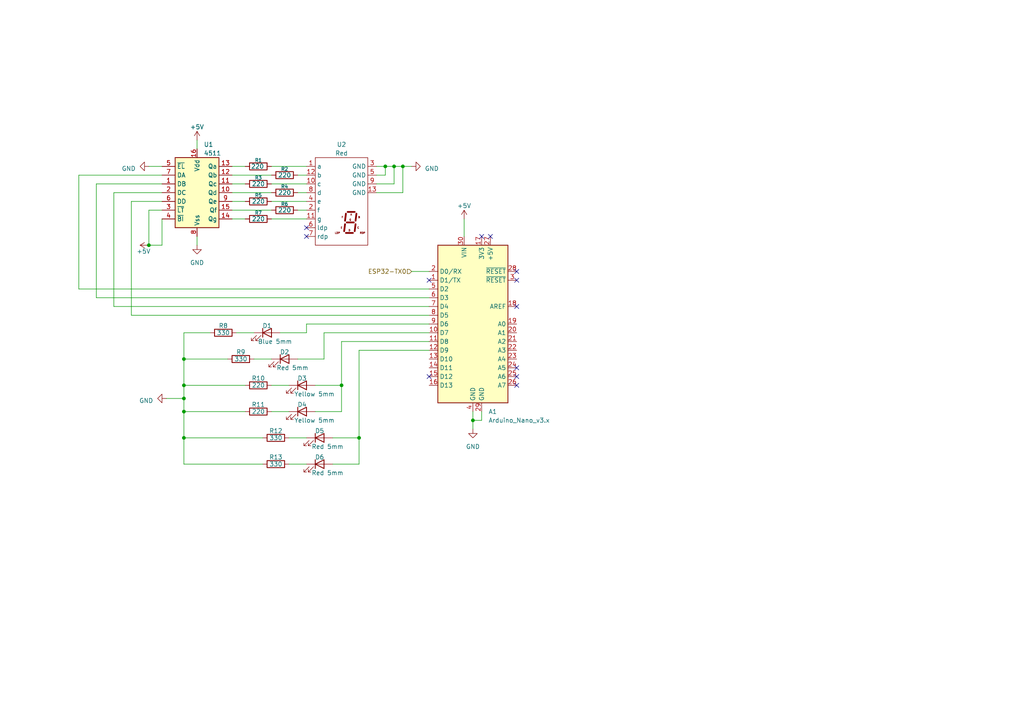
<source format=kicad_sch>
(kicad_sch (version 20230121) (generator eeschema)
  (paper "A4")
  (lib_symbols
    (symbol "4xxx_IEEE:4511"
      (property "Reference" "U" (at 8.89 11.43 0))
      (property "Value" "4511" (at 8.89 -11.43 0))
      (symbol "4511_0_1"
        (rectangle (start -6.35 10.16) (end 6.35 -10.16) (stroke (width 0.254)) (fill (type background)))
      )
      (symbol "4511_1_1"
        (pin input line (at -10.16 2.54 0) (length 3.81) (name "DB") (number "1"))
        (pin output line (at 10.16 0 180) (length 3.81) (name "Qd") (number "10"))
        (pin output line (at 10.16 2.54 180) (length 3.81) (name "Qc") (number "11"))
        (pin output line (at 10.16 5.08 180) (length 3.81) (name "Qb") (number "12"))
        (pin output line (at 10.16 7.62 180) (length 3.81) (name "Qa") (number "13"))
        (pin output line (at 10.16 -7.62 180) (length 3.81) (name "Qg") (number "14"))
        (pin output line (at 10.16 -5.08 180) (length 3.81) (name "Qf") (number "15"))
        (pin power_in line (at 0 12.7 270) (length 2.54) (name "Vdd") (number "16"))
        (pin input line (at -10.16 0 0) (length 3.81) (name "DC") (number "2"))
        (pin input line (at -10.16 -5.08 0) (length 3.81) (name "~{LT}") (number "3"))
        (pin input line (at -10.16 -7.62 0) (length 3.81) (name "~{BI}") (number "4"))
        (pin input line (at -10.16 7.62 0) (length 3.81) (name "~{EL}") (number "5"))
        (pin input line (at -10.16 -2.54 0) (length 3.81) (name "DD") (number "6"))
        (pin input line (at -10.16 5.08 0) (length 3.81) (name "DA") (number "7"))
        (pin power_in line (at 0 -12.7 90) (length 2.54) (name "Vss") (number "8"))
        (pin output line (at 10.16 -2.54 180) (length 3.81) (name "Qe") (number "9"))
      )
    )
    (symbol "Arduino modules:HSN8011AUR"
      (property "Reference" "U" (at 0 1.27 0))
      (property "Value" "Color" (at 0 -1.27 0))
      (symbol "HSN8011AUR_0_0"
        (text "A" (at 2.794 -19.05 0) (effects (font (size 0.508 0.508))))
        (text "B" (at 5.08 -19.812 0) (effects (font (size 0.508 0.508))))
        (text "C" (at 4.826 -22.86 0) (effects (font (size 0.508 0.508))))
        (text "D" (at 2.286 -23.622 0) (effects (font (size 0.508 0.508))))
        (text "E" (at 0 -22.86 0) (effects (font (size 0.508 0.508))))
        (text "F" (at 0.254 -19.812 0) (effects (font (size 0.508 0.508))))
        (text "G" (at 2.54 -20.574 0) (effects (font (size 0.508 0.508))))
      )
      (symbol "HSN8011AUR_0_1"
        (rectangle (start -7.62 -2.54) (end 7.62 -27.94))
        (polyline (pts (xy 1.016 -21.844) (xy 0.762 -23.876)) (stroke (width 0.508)))
        (polyline (pts (xy 1.27 -24.384) (xy 3.302 -24.384)) (stroke (width 0.508)))
        (polyline (pts (xy 1.27 -18.796) (xy 1.016 -20.828)) (stroke (width 0.508)))
        (polyline (pts (xy 1.524 -21.336) (xy 3.556 -21.336)) (stroke (width 0.508)))
        (polyline (pts (xy 1.778 -18.288) (xy 3.81 -18.288)) (stroke (width 0.508)))
        (polyline (pts (xy 4.064 -21.844) (xy 3.81 -23.876)) (stroke (width 0.508)))
        (polyline (pts (xy 4.318 -18.796) (xy 4.064 -20.828)) (stroke (width 0.508)))
        (polyline (pts (xy 5.08 -24.384) (xy 5.08 -24.384)) (stroke (width 0.508)))
      )
      (symbol "HSN8011AUR_1_0"
        (text "LDP" (at -1.1938 -24.384 0) (effects (font (size 0.508 0.508))))
        (text "RDP" (at 6.096 -24.384 0) (effects (font (size 0.508 0.508))))
      )
      (symbol "HSN8011AUR_1_1"
        (pin input line (at -10.16 -5.08 0) (length 2.54) (name "a") (number "1"))
        (pin input line (at -10.16 -10.16 0) (length 2.54) (name "c") (number "10"))
        (pin input line (at -10.16 -20.32 0) (length 2.54) (name "g") (number "11"))
        (pin input line (at -10.16 -7.62 0) (length 2.54) (name "b") (number "12"))
        (pin input line (at 10.16 -12.7 180) (length 2.54) (name "GND") (number "13"))
        (pin input line (at -10.16 -17.78 0) (length 2.54) (name "f") (number "2"))
        (pin input line (at 10.16 -5.08 180) (length 2.54) (name "GND") (number "3"))
        (pin input line (at -10.16 -15.24 0) (length 2.54) (name "e") (number "4"))
        (pin input line (at 10.16 -7.62 180) (length 2.54) (name "GND") (number "5"))
        (pin input line (at -10.16 -22.86 0) (length 2.54) (name "ldp") (number "6"))
        (pin input line (at -10.16 -25.4 0) (length 2.54) (name "rdp") (number "7"))
        (pin input line (at -10.16 -12.7 0) (length 2.54) (name "d") (number "8"))
        (pin input line (at 10.16 -10.16 180) (length 2.54) (name "GND") (number "9"))
      )
    )
    (symbol "Device:LED" (pin_numbers hide) (pin_names (offset 1.016) hide)
      (property "Reference" "D" (at 0 2.54 0))
      (property "Value" "LED" (at 0 -2.54 0))
      (symbol "LED_0_1"
        (polyline (pts (xy -1.27 -1.27) (xy -1.27 1.27)) (stroke (width 0.254)))
        (polyline (pts (xy -1.27 0) (xy 1.27 0)))
        (polyline (pts (xy 1.27 -1.27) (xy 1.27 1.27) (xy -1.27 0) (xy 1.27 -1.27)) (stroke (width 0.254)))
        (polyline (pts (xy -3.048 -0.762) (xy -4.572 -2.286) (xy -3.81 -2.286) (xy -4.572 -2.286) (xy -4.572 -1.524)))
        (polyline (pts (xy -1.778 -0.762) (xy -3.302 -2.286) (xy -2.54 -2.286) (xy -3.302 -2.286) (xy -3.302 -1.524)))
      )
      (symbol "LED_1_1"
        (pin passive line (at -3.81 0 0) (length 2.54) (name "K") (number "1"))
        (pin passive line (at 3.81 0 180) (length 2.54) (name "A") (number "2"))
      )
    )
    (symbol "Device:R" (pin_numbers hide) (pin_names (offset 0))
      (property "Reference" "R" (at 2.032 0 90))
      (property "Value" "R" (at 0 0 90))
      (symbol "R_0_1"
        (rectangle (start -1.016 -2.54) (end 1.016 2.54) (stroke (width 0.254)))
      )
      (symbol "R_1_1"
        (pin passive line (at 0 3.81 270) (length 1.27) (name "~") (number "1"))
        (pin passive line (at 0 -3.81 90) (length 1.27) (name "~") (number "2"))
      )
    )
    (symbol "MCU_Module:Arduino_Nano_v3.x"
      (property "Reference" "A" (at -10.16 23.495 0))
      (property "Value" "Arduino_Nano_v3.x" (at 5.08 -24.13 0))
      (symbol "Arduino_Nano_v3.x_0_1"
        (rectangle (start -10.16 22.86) (end 10.16 -22.86) (stroke (width 0.254)) (fill (type background)))
      )
      (symbol "Arduino_Nano_v3.x_1_1"
        (pin bidirectional line (at -12.7 12.7 0) (length 2.54) (name "D1/TX") (number "1"))
        (pin bidirectional line (at -12.7 -2.54 0) (length 2.54) (name "D7") (number "10"))
        (pin bidirectional line (at -12.7 -5.08 0) (length 2.54) (name "D8") (number "11"))
        (pin bidirectional line (at -12.7 -7.62 0) (length 2.54) (name "D9") (number "12"))
        (pin bidirectional line (at -12.7 -10.16 0) (length 2.54) (name "D10") (number "13"))
        (pin bidirectional line (at -12.7 -12.7 0) (length 2.54) (name "D11") (number "14"))
        (pin bidirectional line (at -12.7 -15.24 0) (length 2.54) (name "D12") (number "15"))
        (pin bidirectional line (at -12.7 -17.78 0) (length 2.54) (name "D13") (number "16"))
        (pin power_out line (at 2.54 25.4 270) (length 2.54) (name "3V3") (number "17"))
        (pin input line (at 12.7 5.08 180) (length 2.54) (name "AREF") (number "18"))
        (pin bidirectional line (at 12.7 0 180) (length 2.54) (name "A0") (number "19"))
        (pin bidirectional line (at -12.7 15.24 0) (length 2.54) (name "D0/RX") (number "2"))
        (pin bidirectional line (at 12.7 -2.54 180) (length 2.54) (name "A1") (number "20"))
        (pin bidirectional line (at 12.7 -5.08 180) (length 2.54) (name "A2") (number "21"))
        (pin bidirectional line (at 12.7 -7.62 180) (length 2.54) (name "A3") (number "22"))
        (pin bidirectional line (at 12.7 -10.16 180) (length 2.54) (name "A4") (number "23"))
        (pin bidirectional line (at 12.7 -12.7 180) (length 2.54) (name "A5") (number "24"))
        (pin bidirectional line (at 12.7 -15.24 180) (length 2.54) (name "A6") (number "25"))
        (pin bidirectional line (at 12.7 -17.78 180) (length 2.54) (name "A7") (number "26"))
        (pin power_out line (at 5.08 25.4 270) (length 2.54) (name "+5V") (number "27"))
        (pin input line (at 12.7 15.24 180) (length 2.54) (name "~{RESET}") (number "28"))
        (pin power_in line (at 2.54 -25.4 90) (length 2.54) (name "GND") (number "29"))
        (pin input line (at 12.7 12.7 180) (length 2.54) (name "~{RESET}") (number "3"))
        (pin power_in line (at -2.54 25.4 270) (length 2.54) (name "VIN") (number "30"))
        (pin power_in line (at 0 -25.4 90) (length 2.54) (name "GND") (number "4"))
        (pin bidirectional line (at -12.7 10.16 0) (length 2.54) (name "D2") (number "5"))
        (pin bidirectional line (at -12.7 7.62 0) (length 2.54) (name "D3") (number "6"))
        (pin bidirectional line (at -12.7 5.08 0) (length 2.54) (name "D4") (number "7"))
        (pin bidirectional line (at -12.7 2.54 0) (length 2.54) (name "D5") (number "8"))
        (pin bidirectional line (at -12.7 0 0) (length 2.54) (name "D6") (number "9"))
      )
    )
    (symbol "power:+5V" (power) (pin_names (offset 0))
      (property "Value" "+5V" (at 0 3.556 0))
      (symbol "+5V_0_1"
        (polyline (pts (xy -0.762 1.27) (xy 0 2.54)))
        (polyline (pts (xy 0 0) (xy 0 2.54)))
        (polyline (pts (xy 0 2.54) (xy 0.762 1.27)))
      )
      (symbol "+5V_1_1"
        (pin power_in line (at 0 0 90) (length 0) hide (name "+5V") (number "1"))
      )
    )
    (symbol "power:GND" (power) (pin_names (offset 0))
      (property "Value" "GND" (at 0 -3.81 0))
      (symbol "GND_0_1"
        (polyline (pts (xy 0 0) (xy 0 -1.27) (xy 1.27 -1.27) (xy 0 -2.54) (xy -1.27 -1.27) (xy 0 -1.27)))
      )
      (symbol "GND_1_1"
        (pin power_in line (at 0 0 270) (length 0) hide (name "GND") (number "1"))
      )
    )
  )
  (junction (at 116.84 48.26))
  (junction (at 111.76 48.26))
  (junction (at 53.34 115.57))
  (junction (at 137.16 121.92))
  (junction (at 53.34 104.14))
  (junction (at 99.06 111.76))
  (junction (at 53.34 119.38))
  (junction (at 114.3 48.26))
  (junction (at 104.14 127))
  (junction (at 53.34 111.76))
  (junction (at 53.34 127))
  (junction (at 43.18 71.12))
  (no_connect (at 88.9 68.58))
  (no_connect (at 149.86 78.74))
  (no_connect (at 149.86 88.9))
  (no_connect (at 149.86 106.68))
  (no_connect (at 88.9 66.04))
  (no_connect (at 124.46 109.22))
  (no_connect (at 142.24 68.58))
  (no_connect (at 149.86 81.28))
  (no_connect (at 149.86 109.22))
  (no_connect (at 124.46 81.28))
  (no_connect (at 139.7 68.58))
  (no_connect (at 149.86 111.76))
  (wire (pts (xy 124.46 99.06) (xy 99.06 99.06)))
  (wire (pts (xy 99.06 111.76) (xy 99.06 119.38)))
  (wire (pts (xy 43.18 71.12) (xy 46.99 71.12)))
  (wire (pts (xy 27.94 53.34) (xy 46.99 53.34)))
  (wire (pts (xy 53.34 115.57) (xy 48.26 115.57)))
  (wire (pts (xy 116.84 55.88) (xy 116.84 48.26)))
  (wire (pts (xy 111.76 48.26) (xy 114.3 48.26)))
  (wire (pts (xy 53.34 111.76) (xy 71.12 111.76)))
  (wire (pts (xy 99.06 119.38) (xy 91.44 119.38)))
  (wire (pts (xy 27.94 86.36) (xy 27.94 53.34)))
  (wire (pts (xy 46.99 63.5) (xy 46.99 71.12)))
  (wire (pts (xy 67.31 48.26) (xy 71.12 48.26)))
  (wire (pts (xy 57.15 68.58) (xy 57.15 71.12)))
  (wire (pts (xy 134.62 63.5) (xy 134.62 68.58)))
  (wire (pts (xy 139.7 121.92) (xy 137.16 121.92)))
  (wire (pts (xy 53.34 104.14) (xy 53.34 111.76)))
  (wire (pts (xy 86.36 60.96) (xy 88.9 60.96)))
  (wire (pts (xy 46.99 60.96) (xy 43.18 60.96)))
  (wire (pts (xy 43.18 60.96) (xy 43.18 71.12)))
  (wire (pts (xy 109.22 55.88) (xy 116.84 55.88)))
  (wire (pts (xy 53.34 127) (xy 53.34 119.38)))
  (wire (pts (xy 67.31 63.5) (xy 71.12 63.5)))
  (wire (pts (xy 78.74 119.38) (xy 83.82 119.38)))
  (wire (pts (xy 38.1 91.44) (xy 38.1 58.42)))
  (wire (pts (xy 139.7 119.38) (xy 139.7 121.92)))
  (wire (pts (xy 68.58 96.52) (xy 73.66 96.52)))
  (wire (pts (xy 88.9 96.52) (xy 81.28 96.52)))
  (wire (pts (xy 78.74 63.5) (xy 88.9 63.5)))
  (wire (pts (xy 109.22 48.26) (xy 111.76 48.26)))
  (wire (pts (xy 114.3 53.34) (xy 114.3 48.26)))
  (wire (pts (xy 83.82 127) (xy 88.9 127)))
  (wire (pts (xy 111.76 50.8) (xy 111.76 48.26)))
  (wire (pts (xy 76.2 134.62) (xy 53.34 134.62)))
  (wire (pts (xy 124.46 101.6) (xy 104.14 101.6)))
  (wire (pts (xy 86.36 50.8) (xy 88.9 50.8)))
  (wire (pts (xy 137.16 121.92) (xy 137.16 124.46)))
  (wire (pts (xy 78.74 111.76) (xy 83.82 111.76)))
  (wire (pts (xy 78.74 53.34) (xy 88.9 53.34)))
  (wire (pts (xy 53.34 111.76) (xy 53.34 115.57)))
  (wire (pts (xy 83.82 134.62) (xy 88.9 134.62)))
  (wire (pts (xy 119.38 78.74) (xy 124.46 78.74)))
  (wire (pts (xy 22.86 83.82) (xy 22.86 50.8)))
  (wire (pts (xy 88.9 93.98) (xy 88.9 96.52)))
  (wire (pts (xy 33.02 55.88) (xy 46.99 55.88)))
  (wire (pts (xy 78.74 48.26) (xy 88.9 48.26)))
  (wire (pts (xy 60.96 96.52) (xy 53.34 96.52)))
  (wire (pts (xy 104.14 134.62) (xy 96.52 134.62)))
  (wire (pts (xy 124.46 86.36) (xy 27.94 86.36)))
  (wire (pts (xy 91.44 111.76) (xy 99.06 111.76)))
  (wire (pts (xy 96.52 127) (xy 104.14 127)))
  (wire (pts (xy 67.31 58.42) (xy 71.12 58.42)))
  (wire (pts (xy 124.46 83.82) (xy 22.86 83.82)))
  (wire (pts (xy 73.66 104.14) (xy 78.74 104.14)))
  (wire (pts (xy 124.46 96.52) (xy 93.98 96.52)))
  (wire (pts (xy 124.46 91.44) (xy 38.1 91.44)))
  (wire (pts (xy 33.02 88.9) (xy 33.02 55.88)))
  (wire (pts (xy 53.34 115.57) (xy 53.34 119.38)))
  (wire (pts (xy 53.34 134.62) (xy 53.34 127)))
  (wire (pts (xy 67.31 55.88) (xy 78.74 55.88)))
  (wire (pts (xy 53.34 104.14) (xy 66.04 104.14)))
  (wire (pts (xy 99.06 99.06) (xy 99.06 111.76)))
  (wire (pts (xy 114.3 48.26) (xy 116.84 48.26)))
  (wire (pts (xy 67.31 60.96) (xy 78.74 60.96)))
  (wire (pts (xy 22.86 50.8) (xy 46.99 50.8)))
  (wire (pts (xy 109.22 53.34) (xy 114.3 53.34)))
  (wire (pts (xy 53.34 127) (xy 76.2 127)))
  (wire (pts (xy 57.15 40.64) (xy 57.15 43.18)))
  (wire (pts (xy 124.46 88.9) (xy 33.02 88.9)))
  (wire (pts (xy 93.98 104.14) (xy 86.36 104.14)))
  (wire (pts (xy 43.18 48.26) (xy 46.99 48.26)))
  (wire (pts (xy 137.16 119.38) (xy 137.16 121.92)))
  (wire (pts (xy 104.14 101.6) (xy 104.14 127)))
  (wire (pts (xy 104.14 127) (xy 104.14 134.62)))
  (wire (pts (xy 124.46 93.98) (xy 88.9 93.98)))
  (wire (pts (xy 53.34 119.38) (xy 71.12 119.38)))
  (wire (pts (xy 86.36 55.88) (xy 88.9 55.88)))
  (wire (pts (xy 38.1 58.42) (xy 46.99 58.42)))
  (wire (pts (xy 109.22 50.8) (xy 111.76 50.8)))
  (wire (pts (xy 67.31 53.34) (xy 71.12 53.34)))
  (wire (pts (xy 67.31 50.8) (xy 78.74 50.8)))
  (wire (pts (xy 116.84 48.26) (xy 119.38 48.26)))
  (wire (pts (xy 93.98 96.52) (xy 93.98 104.14)))
  (wire (pts (xy 53.34 96.52) (xy 53.34 104.14)))
  (wire (pts (xy 78.74 58.42) (xy 88.9 58.42)))
  (hierarchical_label "ESP32-TX0" (shape input) (at 119.38 78.74 180))
  (symbol (lib_id "Device:R") (at 82.55 50.8 270) (unit 1)
    (property "Reference" "R2" (at 82.55 49.022 90) (effects (font (size 1 1))))
    (property "Value" "220" (at 82.55 50.8 90))
  )
  (symbol (lib_id "Device:LED") (at 87.63 119.38 0) (unit 1)
    (property "Reference" "D4" (at 87.63 117.348 0))
    (property "Value" "Yellow 5mm" (at 91.186 121.92 0))
  )
  (symbol (lib_id "Device:R") (at 74.93 119.38 270) (unit 1)
    (property "Reference" "R11" (at 74.93 117.348 90))
    (property "Value" "220" (at 74.93 119.38 90))
  )
  (symbol (lib_id "power:+5V") (at 134.62 63.5 0) (unit 1)
    (property "Reference" "#PWR011" (effects hide))
    (property "Value" "+5V" (at 134.62 59.69 0))
  )
  (symbol (lib_id "Device:R") (at 74.93 48.26 270) (unit 1)
    (property "Reference" "R1" (at 74.93 46.482 90) (effects (font (size 1 1))))
    (property "Value" "220" (at 74.676 48.26 90))
  )
  (symbol (lib_id "Device:R") (at 69.85 104.14 270) (unit 1)
    (property "Reference" "R9" (at 69.85 102.108 90))
    (property "Value" "330" (at 69.85 104.14 90))
  )
  (symbol (lib_id "Device:R") (at 74.93 53.34 270) (unit 1)
    (property "Reference" "R3" (at 74.93 51.562 90) (effects (font (size 1 1))))
    (property "Value" "220" (at 74.93 53.34 90))
  )
  (symbol (lib_id "Device:R") (at 74.93 58.42 270) (unit 1)
    (property "Reference" "R5" (at 74.93 56.642 90) (effects (font (size 1 1))))
    (property "Value" "220" (at 74.93 58.42 90))
  )
  (symbol (lib_id "Device:R") (at 74.93 111.76 270) (unit 1)
    (property "Reference" "R10" (at 74.93 109.728 90))
    (property "Value" "220" (at 74.93 111.76 90))
  )
  (symbol (lib_id "power:GND") (at 119.38 48.26 90) (unit 1)
    (property "Reference" "#PWR017" (effects hide))
    (property "Value" "GND" (at 123.19 48.895 90) (effects (justify right)))
  )
  (symbol (lib_id "Device:R") (at 80.01 127 270) (unit 1)
    (property "Reference" "R12" (at 80.01 124.968 90))
    (property "Value" "330" (at 80.01 127 90))
  )
  (symbol (lib_id "MCU_Module:Arduino_Nano_v3.x") (at 137.16 93.98 0) (unit 1)
    (property "Reference" "A1" (at 141.6559 119.38 0) (effects (justify left)))
    (property "Value" "Arduino_Nano_v3.x" (at 141.6559 121.92 0) (effects (justify left)))
    (property "Footprint" "Module:Arduino_Nano" (effects hide))
    (property "Datasheet" "http://www.mouser.com/pdfdocs/Gravitech_Arduino_Nano3_0.pdf" (effects hide))
  )
  (symbol (lib_id "4xxx_IEEE:4511") (at 57.15 55.88 0) (unit 1)
    (property "Reference" "U1" (at 59.1059 41.91 0) (effects (justify left)))
    (property "Value" "4511" (at 59.1059 44.45 0) (effects (justify left)))
  )
  (symbol (lib_id "Device:LED") (at 82.55 104.14 0) (unit 1)
    (property "Reference" "D2" (at 82.55 102.108 0))
    (property "Value" "Red 5mm" (at 84.836 106.68 0))
  )
  (symbol (lib_id "power:+5V") (at 43.18 71.12 90) (unit 1)
    (property "Reference" "#PWR016" (effects hide))
    (property "Value" "+5V" (at 43.688 72.898 90) (effects (justify left)))
  )
  (symbol (lib_id "Device:LED") (at 92.71 134.62 0) (unit 1)
    (property "Reference" "D6" (at 92.71 132.588 0))
    (property "Value" "Red 5mm" (at 94.996 137.16 0))
  )
  (symbol (lib_id "power:GND") (at 48.26 115.57 270) (unit 1)
    (property "Reference" "#PWR018" (effects hide))
    (property "Value" "GND" (at 44.45 116.205 90) (effects (justify right)))
  )
  (symbol (lib_id "power:GND") (at 43.18 48.26 270) (unit 1)
    (property "Reference" "#PWR015" (effects hide))
    (property "Value" "GND" (at 39.37 48.895 90) (effects (justify right)))
  )
  (symbol (lib_id "Device:LED") (at 92.71 127 0) (unit 1)
    (property "Reference" "D5" (at 92.71 124.968 0))
    (property "Value" "Red 5mm" (at 94.996 129.54 0))
  )
  (symbol (lib_id "Device:R") (at 80.01 134.62 270) (unit 1)
    (property "Reference" "R13" (at 80.01 132.588 90))
    (property "Value" "330" (at 80.01 134.62 90))
  )
  (symbol (lib_id "Device:R") (at 82.55 60.96 270) (unit 1)
    (property "Reference" "R6" (at 82.55 59.182 90) (effects (font (size 1 1))))
    (property "Value" "220" (at 82.55 60.96 90))
  )
  (symbol (lib_id "Device:R") (at 82.55 55.88 270) (unit 1)
    (property "Reference" "R4" (at 82.55 54.102 90) (effects (font (size 1 1))))
    (property "Value" "220" (at 82.55 55.88 90))
  )
  (symbol (lib_id "Device:LED") (at 77.47 96.52 0) (unit 1)
    (property "Reference" "D1" (at 77.47 94.488 0))
    (property "Value" "Blue 5mm" (at 79.756 99.06 0))
  )
  (symbol (lib_id "power:GND") (at 57.15 71.12 0) (unit 1)
    (property "Reference" "#PWR013" (effects hide))
    (property "Value" "GND" (at 57.15 76.2 0))
  )
  (symbol (lib_id "Device:R") (at 74.93 63.5 270) (unit 1)
    (property "Reference" "R7" (at 74.93 61.722 90) (effects (font (size 1 1))))
    (property "Value" "220" (at 74.93 63.5 90))
  )
  (symbol (lib_id "power:+5V") (at 57.15 40.64 0) (unit 1)
    (property "Reference" "#PWR014" (effects hide))
    (property "Value" "+5V" (at 57.15 36.83 0))
  )
  (symbol (lib_id "Arduino modules:HSN8011AUR") (at 99.06 43.18 0) (unit 1)
    (property "Reference" "U2" (at 99.06 41.91 0))
    (property "Value" "Red" (at 99.06 44.45 0))
  )
  (symbol (lib_id "Device:LED") (at 87.63 111.76 0) (unit 1)
    (property "Reference" "D3" (at 87.63 109.728 0))
    (property "Value" "Yellow 5mm" (at 91.186 114.3 0))
  )
  (symbol (lib_id "Device:R") (at 64.77 96.52 270) (unit 1)
    (property "Reference" "R8" (at 64.77 94.488 90))
    (property "Value" "330" (at 64.77 96.52 90))
  )
  (symbol (lib_id "power:GND") (at 137.16 124.46 0) (unit 1)
    (property "Reference" "#PWR012" (effects hide))
    (property "Value" "GND" (at 137.16 129.54 0))
  )
)
</source>
